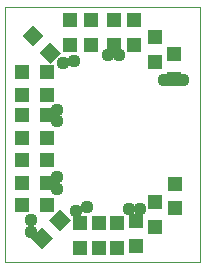
<source format=gts>
G75*
%MOIN*%
%OFA0B0*%
%FSLAX24Y24*%
%IPPOS*%
%LPD*%
%AMOC8*
5,1,8,0,0,1.08239X$1,22.5*
%
%ADD10C,0.0000*%
%ADD11R,0.0512X0.0512*%
%ADD12R,0.0512X0.0512*%
%ADD13C,0.0437*%
D10*
X002392Y002517D02*
X002392Y011017D01*
X008892Y011017D01*
X008892Y002517D01*
X002392Y002517D01*
D11*
X002978Y004392D03*
X002978Y005142D03*
X002978Y005892D03*
X002978Y006642D03*
X002978Y007392D03*
X002978Y008079D03*
X002978Y008829D03*
X003805Y008829D03*
X003805Y008079D03*
X003805Y007392D03*
X003805Y006642D03*
X003805Y005892D03*
X003805Y005142D03*
X003805Y004392D03*
X004892Y003805D03*
X005517Y003805D03*
X006139Y003805D03*
X006767Y003868D03*
X007392Y003666D03*
X006767Y003041D03*
X006139Y002978D03*
X005517Y002978D03*
X004892Y002978D03*
X007392Y004493D03*
X008079Y004291D03*
X008079Y005118D03*
X008017Y008603D03*
X007392Y009166D03*
X008017Y009430D03*
X007392Y009993D03*
X006704Y009728D03*
X006017Y009728D03*
X005267Y009728D03*
X004579Y009728D03*
X004579Y010555D03*
X005267Y010555D03*
X006017Y010555D03*
X006704Y010555D03*
D12*
G36*
X003546Y009468D02*
X003908Y009830D01*
X004270Y009468D01*
X003908Y009106D01*
X003546Y009468D01*
G37*
G36*
X002961Y010053D02*
X003323Y010415D01*
X003685Y010053D01*
X003323Y009691D01*
X002961Y010053D01*
G37*
G36*
X004221Y003535D02*
X003859Y003897D01*
X004221Y004259D01*
X004583Y003897D01*
X004221Y003535D01*
G37*
G36*
X003636Y002951D02*
X003274Y003313D01*
X003636Y003675D01*
X003998Y003313D01*
X003636Y002951D01*
G37*
D13*
X003267Y003517D03*
X003267Y003892D03*
X004142Y004954D03*
X004142Y005329D03*
X004767Y004204D03*
X005142Y004329D03*
X006517Y004267D03*
X006892Y004267D03*
X004142Y007204D03*
X004142Y007579D03*
X004329Y009142D03*
X004704Y009204D03*
X005829Y009392D03*
X006204Y009392D03*
X007704Y008579D03*
X008329Y008579D03*
M02*

</source>
